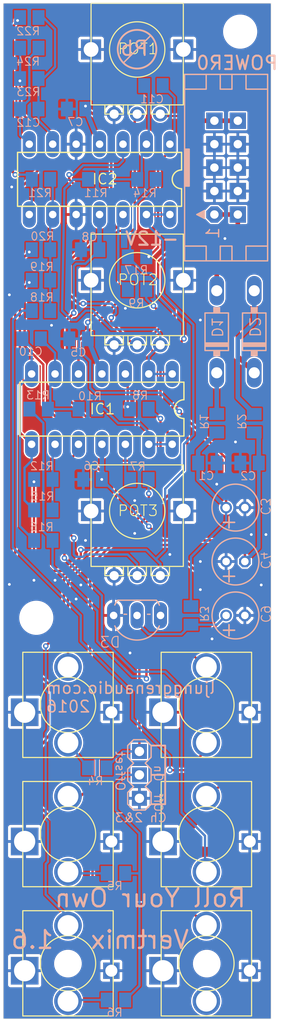
<source format=kicad_pcb>
(kicad_pcb (version 20240108) (generator "pcbnew") (generator_version "8.0")
  (layers (0 "F.Cu" signal) (31 "B.Cu" signal) (34 "B.Paste" user) (35 "F.Paste" user) (36 "B.SilkS" user "B.Silkscreen") (37 "F.SilkS" user "F.Silkscreen") (38 "B.Mask" user) (39 "F.Mask" user) (44 "Edge.Cuts" user))
  (net 0 "")
  (net 1 "N$1")
  (net 2 "N$2")
  (net 3 "+12V")
  (net 4 "-12V")
  (net 5 "0V")
  (net 6 "N$7")
  (net 7 "N$12")
  (net 8 "N$13")
  (net 9 "N$14")
  (net 10 "N$15")
  (net 11 "N$16")
  (net 12 "N$17")
  (net 13 "N$18")
  (net 14 "N$21")
  (net 15 "N$22")
  (net 16 "N$25")
  (net 17 "N$26")
  (net 18 "N$27")
  (net 19 "N$28")
  (net 20 "N$3")
  (net 21 "N$4")
  (net 22 "N$23")
  (net 23 "N$29")
  (net 24 "N$5")
  (net 25 "N$6")
  (net 26 "N$30")
  (net 27 "N$31")
  (net 28 "N$32")
  (net 29 "N$33")
  (net 30 "N$8")
  (net 31 "N$19")
  (net 32 "N$9")
  (net 33 "N$10")
  (net 34 "N$11")
  (net 35 "N$20")
  (net 36 "N$24")
  (net 37 "N$34")
  (net 38 "N$35")
  (net 39 "N$36")
  (footprint "" (layer "F.Cu") (at 140.9941 154.0346)
    (property "Reference" "@HOLE1" (hide yes))
    (property "Value" "")
  )
  (footprint "DIL14" (layer "F.Cu") (at 144.6771 93.9636 180)
    (property "Reference" "IC1")
    (property "Value" "TL084")
  )
  (footprint "ERTHENVAR" (layer "F.Cu") (at 141.0011 154.0036)
    (property "Reference" "IN3" (hide yes))
    (property "Value" "ERTHENVAR_3.5MM_JACKHOLES" (hide yes))
  )
  (footprint "POT-ALPHA9" (layer "F.Cu") (at 148.5011 80.0036)
    (property "Reference" "POT2")
    (property "Value" "22K")
  )
  (footprint "ERTHENVAR" (layer "F.Cu") (at 141.0011 126.0036)
    (property "Reference" "IN1" (hide yes))
    (property "Value" "ERTHENVAR_3.5MM_JACKHOLES" (hide yes))
  )
  (footprint "ERTHENVAR" (layer "F.Cu") (at 156.0011 140.0036)
    (property "Reference" "OUT2" (hide yes))
    (property "Value" "ERTHENVAR_3.5MM_JACKHOLES" (hide yes))
  )
  (footprint "DIL14" (layer "F.Cu") (at 144.4231 69.0716 180)
    (property "Reference" "IC2")
    (property "Value" "TL084")
  )
  (footprint "POT-ALPHA9" (layer "F.Cu") (at 148.5011 55.0036)
    (property "Reference" "POT1")
    (property "Value" "22K")
  )
  (footprint "ERTHENVAR" (layer "F.Cu") (at 141.0011 140.0036)
    (property "Reference" "IN2" (hide yes))
    (property "Value" "ERTHENVAR_3.5MM_JACKHOLES" (hide yes))
  )
  (footprint "" (layer "F.Cu") (at 159.6631 53.0696)
    (property "Reference" "@HOLE2" (hide yes))
    (property "Value" "")
  )
  (footprint "POT-ALPHA9" (layer "F.Cu") (at 148.5011 105.0036)
    (property "Reference" "POT3")
    (property "Value" "22K")
  )
  (footprint "ERTHENVAR" (layer "F.Cu") (at 156.0011 154.0036)
    (property "Reference" "OUT3" (hide yes))
    (property "Value" "ERTHENVAR_3.5MM_JACKHOLES" (hide yes))
  )
  (footprint "" (layer "F.Cu") (at 156.0436 154.0346)
    (property "Reference" "@HOLE0" (hide yes))
    (property "Value" "")
  )
  (footprint "ERTHENVAR" (layer "F.Cu") (at 156.0011 126.0036)
    (property "Reference" "OUT1" (hide yes))
    (property "Value" "ERTHENVAR_3.5MM_JACKHOLES" (hide yes))
  )
  (footprint "" (layer "F.Cu") (at 137.5651 116.5696)
    (property "Reference" "@HOLE3" (hide yes))
    (property "Value" "")
  )
  (footprint "C0805K" (layer "B.Cu") (at 136.8031 54.8476 180)
    (property "Reference" "R24")
    (property "Value" "330R")
  )
  (footprint "C0805K" (layer "B.Cu") (at 146.2011 144.2556 180)
    (property "Reference" "R5")
    (property "Value" "22K")
  )
  (footprint "E2-5" (layer "B.Cu") (at 159.1551 116.3156)
    (property "Reference" "C9")
    (property "Value" "10uF")
  )
  (footprint "C0805K" (layer "B.Cu") (at 149.5031 69.0716)
    (property "Reference" "R14")
    (property "Value" "22K")
  )
  (footprint "C0805K" (layer "B.Cu") (at 138.0731 76.6916)
    (property "Reference" "R20")
    (property "Value" "22K")
  )
  (footprint "C0805K" (layer "B.Cu") (at 138.0731 83.2956)
    (property "Reference" "R18")
    (property "Value" "22K")
  )
  (footprint "C0805K" (layer "B.Cu") (at 142.1371 86.3436 180)
    (property "Reference" "C5")
    (property "Value" "100nF")
  )
  (footprint "C0805K" (layer "B.Cu") (at 150.2651 58.9116 180)
    (property "Reference" "C11")
    (property "Value" "68pF")
  )
  (footprint "C0805K" (layer "B.Cu") (at 148.4871 81.0096 180)
    (property "Reference" "R9")
    (property "Value" "22K")
  )
  (footprint "C0805K" (layer "B.Cu") (at 156.1071 99.8056)
    (property "Reference" "C1")
    (property "Value" "100nF")
  )
  (footprint "C0805K" (layer "B.Cu") (at 138.3271 104.8856 180)
    (property "Reference" "R15")
    (property "Value" "22K")
  )
  (footprint "C0805K" (layer "B.Cu") (at 138.0731 79.9936)
    (property "Reference" "R19")
    (property "Value" "22K")
  )
  (footprint "C0805K" (layer "B.Cu") (at 137.8191 93.9636 180)
    (property "Reference" "R13")
    (property "Value" "22K")
  )
  (footprint "C0805K" (layer "B.Cu") (at 146.2011 157.9716 180)
    (property "Reference" "R6")
    (property "Value" "22K")
  )
  (footprint "C0805K" (layer "B.Cu") (at 136.8031 51.5456)
    (property "Reference" "R22")
    (property "Value" "22K")
  )
  (footprint "E2-5" (layer "B.Cu") (at 159.1551 110.4736)
    (property "Reference" "C4")
    (property "Value" "10uF")
  )
  (footprint "C0805K" (layer "B.Cu") (at 141.8831 61.4516 180)
    (property "Reference" "C7")
    (property "Value" "100nF")
  )
  (footprint "C0805K" (layer "B.Cu") (at 138.3271 108.1876)
    (property "Reference" "R16")
    (property "Value" "330R")
  )
  (footprint "C0805K" (layer "B.Cu") (at 143.1531 93.9636 180)
    (property "Reference" "R10")
    (property "Value" "22K")
  )
  (footprint "C0805K" (layer "B.Cu") (at 148.7411 93.9636 180)
    (property "Reference" "R8")
    (property "Value" "22K")
  )
  (footprint "C0805K" (layer "B.Cu") (at 138.0731 69.0716 180)
    (property "Reference" "R21")
    (property "Value" "22K")
  )
  (footprint "C0805K" (layer "B.Cu") (at 137.0571 86.3436)
    (property "Reference" "C10")
    (property "Value" "68pF")
  )
  (footprint "C0805K" (layer "B.Cu") (at 157.1231 95.4876 -90)
    (property "Reference" "R1")
    (property "Value" "10R")
  )
  (footprint "DO41-7" (layer "B.Cu") (at 161.1871 85.5816 90)
    (property "Reference" "D2")
    (property "Value" "1N5818")
  )
  (footprint "CON10L" (layer "B.Cu") (at 158.1391 67.8016 -90)
    (property "Reference" "POWER0")
    (property "Value" "")
  )
  (footprint "C0805K" (layer "B.Cu") (at 138.3271 101.5836)
    (property "Reference" "R12")
    (property "Value" "22K")
  )
  (footprint "DO41-7" (layer "B.Cu") (at 157.1231 85.5816 90)
    (property "Reference" "D1")
    (property "Value" "1N5818")
  )
  (footprint "C0805K" (layer "B.Cu") (at 160.6791 99.8056)
    (property "Reference" "C2")
    (property "Value" "100nF")
  )
  (footprint "C0805K" (layer "B.Cu") (at 148.4871 77.4536 180)
    (property "Reference" "R17")
    (property "Value" "330R")
  )
  (footprint "TO92-LINE" (layer "B.Cu") (at 148.4871 116.3156)
    (property "Reference" "D3")
    (property "Value" "LM4040 5V")
  )
  (footprint "C0805K" (layer "B.Cu") (at 143.6611 101.5836)
    (property "Reference" "C6")
    (property "Value" "100nF")
  )
  (footprint "C0805K" (layer "B.Cu") (at 161.1871 95.4876 -90)
    (property "Reference" "R2")
    (property "Value" "10R")
  )
  (footprint "MA03-1" (layer "B.Cu") (at 148.7411 133.5876 90)
    (property "Reference" "JP1" (hide yes))
    (property "Value" "")
  )
  (footprint "C0805K" (layer "B.Cu") (at 154.3291 116.3156 90)
    (property "Reference" "R3")
    (property "Value" "10K")
  )
  (footprint "E2-5" (layer "B.Cu") (at 159.1551 104.6316)
    (property "Reference" "C3")
    (property "Value" "10uF")
  )
  (footprint "C0805K" (layer "B.Cu") (at 143.4071 76.6916)
    (property "Reference" "C8")
    (property "Value" "100nF")
  )
  (footprint "C0805K" (layer "B.Cu") (at 136.8031 61.4516 180)
    (property "Reference" "C12")
    (property "Value" "68pF")
  )
  (footprint "C0805K" (layer "B.Cu") (at 144.1691 132.8256 180)
    (property "Reference" "R4")
    (property "Value" "22K")
  )
  (footprint "C0805K" (layer "B.Cu") (at 144.1691 69.0716)
    (property "Reference" "R11")
    (property "Value" "22K")
  )
  (footprint "C0805K" (layer "B.Cu") (at 148.7411 101.5836 180)
    (property "Reference" "R7")
    (property "Value" "22K")
  )
  (footprint "C0805K" (layer "B.Cu") (at 136.8031 58.1496 180)
    (property "Reference" "R23")
    (property "Value" "22K")
  )
  (gr_line (start 150.0746 133.5876) (end 151.5351 133.5876) (stroke (width 0.2)) (layer "B.SilkS"))
  (gr_line (start 151.5351 136.7626) (end 150.0746 136.7626) (stroke (width 0.2)) (layer "B.SilkS"))
  (gr_line (start 149.9476 53.5141) (end 147.0266 56.4351) (stroke (width 0.15)) (layer "B.SilkS"))
  (gr_line (start 151.5351 133.5876) (end 151.5351 136.7626) (stroke (width 0.2)) (layer "B.SilkS"))
  (gr_line (start 151.5351 130.4126) (end 151.5351 133.5876) (stroke (width 0.2)) (layer "B.SilkS"))
  (gr_line (start 150.0746 130.4126) (end 151.5351 130.4126) (stroke (width 0.2)) (layer "B.SilkS"))
  (gr_circle (center 148.4871 54.9746) (end 150.581637 54.9746) (stroke (width 0.2)) (fill none) (layer "B.SilkS"))
  (gr_line (start 163.0011 50.0036) (end 134.0011 50.0036) (stroke (width 0.05)) (layer "Edge.Cuts"))
  (gr_line (start 134.0011 160.0036) (end 163.0011 160.0036) (stroke (width 0.05)) (layer "Edge.Cuts"))
  (gr_line (start 163.0011 160.0036) (end 163.0011 50.0036) (stroke (width 0.05)) (layer "Edge.Cuts"))
  (gr_line (start 134.0011 50.0036) (end 134.0011 160.0036) (stroke (width 0.05)) (layer "Edge.Cuts"))
  (gr_text "On" (at 150.2651 134.363113 -90) (layer "B.SilkS") (effects (font (size 0.89408 0.89408) (thickness 0.12192)) (justify left bottom mirror)))
  (gr_text "ljunggrenaudio.com\n2016" (at 138.5176 126.9201 0) (layer "B.SilkS") (effects (font (size 1.251712 1.251712) (thickness 0.170688)) (justify right bottom mirror)))
  (gr_text "1.6" (at 139.5971 152.5741 0) (layer "B.SilkS") (effects (font (size 1.922272 1.922272) (thickness 0.262128)) (justify left bottom mirror)))
  (gr_text "-12V" (at 153.145662 74.6596 0) (layer "B.SilkS") (effects (font (size 1.441704 1.441704) (thickness 0.234696)) (justify left top mirror)))
  (gr_text "Vertmix" (at 154.2656 152.5741 0) (layer "B.SilkS") (effects (font (size 1.922272 1.922272) (thickness 0.262128)) (justify left bottom mirror)))
  (gr_text "Offset" (at 147.2171 135.409857 -90) (layer "B.SilkS") (effects (font (size 0.968 0.968) (thickness 0.132)) (justify left top mirror)))
  (gr_text "Pb" (at 149.8206 55.8001 0) (layer "B.SilkS") (effects (font (size 1.56464 1.56464) (thickness 0.21336)) (justify left bottom mirror)))
  (gr_text "Ch 2&3" (at 151.7891 138.7946 0) (layer "B.SilkS") (effects (font (size 0.968 0.968) (thickness 0.132)) (justify left bottom mirror)))
  (gr_text "Off" (at 150.2651 137.665113 -90) (layer "B.SilkS") (effects (font (size 0.89408 0.89408) (thickness 0.12192)) (justify left bottom mirror)))
  (gr_text "Roll Your Own" (at 160.4251 148.0656 0) (layer "B.SilkS") (effects (font (size 1.922272 1.922272) (thickness 0.262128)) (justify left bottom mirror)))
  (segment (start 156.8691 62.7216) (end 155.5991 62.7216) (width 0.5) (layer "F.Cu") (net 1))
  (segment (start 157.1231 76.4376) (end 157.1231 81.1366) (width 0.5) (layer "F.Cu") (net 1))
  (segment (start 154.5831 63.7376) (end 154.5831 73.8976) (width 0.5) (layer "F.Cu") (net 1))
  (segment (start 159.4091 62.7216) (end 156.8691 62.7216) (width 0.5) (layer "F.Cu") (net 1))
  (segment (start 154.5831 73.8976) (end 157.1231 76.4376) (width 0.5) (layer "F.Cu") (net 1))
  (segment (start 155.5991 62.7216) (end 154.5831 63.7376) (width 0.5) (layer "F.Cu") (net 1))
  (segment (start 159.4091 88.2486) (end 161.1871 90.0266) (width 0.5) (layer "F.Cu") (net 2))
  (segment (start 159.4091 72.8816) (end 159.4091 88.2486) (width 0.5) (layer "F.Cu") (net 2))
  (segment (start 156.8691 72.8816) (end 159.4091 72.8816) (width 0.5) (layer "F.Cu") (net 2))
  (segment (start 142.8991 61.1976) (end 142.8991 61.1341) (width 0.254) (layer "F.Cu") (net 3))
  (segment (start 145.6931 82.0256) (end 145.6931 63.9916) (width 0.254) (layer "F.Cu") (net 3))
  (segment (start 158.1391 104.6316) (end 158.1391 99.2976) (width 0.254) (layer "F.Cu") (net 3))
  (segment (start 145.6931 63.9916) (end 142.8991 61.1976) (width 0.254) (layer "F.Cu") (net 3))
  (segment (start 158.1391 99.2976) (end 153.0591 94.2176) (width 0.254) (layer "F.Cu") (net 3))
  (segment (start 143.1531 84.5656) (end 145.6931 82.0256) (width 0.254) (layer "F.Cu") (net 3))
  (via (at 142.8991 61.1341) (size 0.6048) (drill 0.3) (layers "F.Cu" "B.Cu") (net 3))
  (via (at 143.1531 84.5656) (size 0.6048) (drill 0.3) (layers "F.Cu" "B.Cu") (net 3))
  (via (at 153.0591 94.2176) (size 0.6048) (drill 0.3) (layers "F.Cu" "B.Cu") (net 3))
  (segment (start 142.8831 61.4516) (end 144.4231 65.2616) (width 0.5) (layer "B.Cu") (net 3))
  (segment (start 157.1231 96.4876) (end 155.1071 98.5036) (width 0.5) (layer "B.Cu") (net 3))
  (segment (start 143.4071 91.6776) (end 143.4071 88.7566) (width 0.254) (layer "B.Cu") (net 3))
  (segment (start 154.3291 115.3156) (end 154.3291 109.9656) (width 0.254) (layer "B.Cu") (net 3))
  (segment (start 142.8831 61.2136) (end 142.8831 61.4516) (width 0.254) (layer "B.Cu") (net 3))
  (segment (start 143.1371 84.5816) (end 143.1531 84.5656) (width 0.254) (layer "B.Cu") (net 3))
  (segment (start 142.6451 86.8356) (end 143.1371 86.3436) (width 0.254) (layer "B.Cu") (net 3))
  (segment (start 155.1071 98.5036) (end 155.1071 99.8056) (width 0.5) (layer "B.Cu") (net 3))
  (segment (start 143.1371 86.3436) (end 144.6771 90.1536) (width 0.5) (layer "B.Cu") (net 3))
  (segment (start 151.0271 92.1856) (end 143.9151 92.1856) (width 0.254) (layer "B.Cu") (net 3))
  (segment (start 155.1071 99.8056) (end 155.1071 101.5996) (width 0.4) (layer "B.Cu") (net 3))
  (segment (start 142.8991 61.1341) (end 142.8831 61.2136) (width 0.254) (layer "B.Cu") (net 3))
  (segment (start 143.1371 86.3436) (end 143.1371 84.5816) (width 0.254) (layer "B.Cu") (net 3))
  (segment (start 143.9151 92.1856) (end 143.4071 91.6776) (width 0.254) (layer "B.Cu") (net 3))
  (segment (start 155.1071 101.5996) (end 158.1391 104.6316) (width 0.4) (layer "B.Cu") (net 3))
  (segment (start 158.1391 106.1556) (end 158.1391 104.6316) (width 0.254) (layer "B.Cu") (net 3))
  (segment (start 142.6451 87.9946) (end 142.6451 86.8356) (width 0.254) (layer "B.Cu") (net 3))
  (segment (start 143.4071 88.7566) (end 142.6451 87.9946) (width 0.254) (layer "B.Cu") (net 3))
  (segment (start 154.3291 109.9656) (end 158.1391 106.1556) (width 0.254) (layer "B.Cu") (net 3))
  (segment (start 153.0591 94.2176) (end 151.0271 92.1856) (width 0.254) (layer "B.Cu") (net 3))
  (segment (start 144.6611 100.8056) (end 144.6611 101.5836) (width 0.254) (layer "F.Cu") (net 4))
  (segment (start 140.8671 84.3116) (end 140.8671 92.6936) (width 0.254) (layer "F.Cu") (net 4))
  (segment (start 141.6291 83.5496) (end 140.8671 84.3116) (width 0.254) (layer "F.Cu") (net 4))
  (segment (start 158.9011 108.1876) (end 151.2811 108.1876) (width 0.254) (layer "F.Cu") (net 4))
  (segment (start 143.4071 95.2336) (end 143.4071 99.5516) (width 0.254) (layer "F.Cu") (net 4))
  (segment (start 160.1711 110.4736) (end 160.1711 109.4576) (width 0.254) (layer "F.Cu") (net 4))
  (segment (start 143.4071 99.5516) (end 144.6611 100.8056) (width 0.254) (layer "F.Cu") (net 4))
  (segment (start 160.1711 109.4576) (end 158.9011 108.1876) (width 0.254) (layer "F.Cu") (net 4))
  (segment (start 140.8671 92.6936) (end 143.4071 95.2336) (width 0.254) (layer "F.Cu") (net 4))
  (segment (start 151.2811 108.1876) (end 149.7571 106.6636) (width 0.254) (layer "F.Cu") (net 4))
  (via (at 149.7571 106.6636) (size 0.6048) (drill 0.3) (layers "F.Cu" "B.Cu") (net 4))
  (via (at 144.6611 101.5836) (size 0.6048) (drill 0.3) (layers "F.Cu" "B.Cu") (net 4))
  (via (at 141.6291 83.5496) (size 0.6048) (drill 0.3) (layers "F.Cu" "B.Cu") (net 4))
  (segment (start 161.6791 96.9796) (end 161.6791 99.8056) (width 0.5) (layer "B.Cu") (net 4))
  (segment (start 142.8831 78.2156) (end 141.8831 78.2156) (width 0.254) (layer "B.Cu") (net 4))
  (segment (start 144.6611 101.5836) (end 145.0421 101.9646) (width 0.254) (layer "B.Cu") (net 4))
  (segment (start 161.1871 96.4876) (end 161.6791 96.9796) (width 0.5) (layer "B.Cu") (net 4))
  (segment (start 141.6291 78.4696) (end 141.6291 83.5496) (width 0.254) (layer "B.Cu") (net 4))
  (segment (start 161.6791 108.9656) (end 160.1711 110.4736) (width 0.4) (layer "B.Cu") (net 4))
  (segment (start 144.6771 101.5836) (end 144.6611 101.5836) (width 0.254) (layer "B.Cu") (net 4))
  (segment (start 145.0581 101.9646) (end 144.6771 101.5836) (width 0.254) (layer "B.Cu") (net 4))
  (segment (start 144.4071 76.6916) (end 142.8831 78.2156) (width 0.254) (layer "B.Cu") (net 4))
  (segment (start 144.6611 101.5836) (end 144.6771 97.7736) (width 0.5) (layer "B.Cu") (net 4))
  (segment (start 149.7571 106.6636) (end 145.0581 101.9646) (width 0.254) (layer "B.Cu") (net 4))
  (segment (start 161.6791 99.8056) (end 161.6791 108.9656) (width 0.4) (layer "B.Cu") (net 4))
  (segment (start 145.0421 101.9646) (end 145.0581 101.9646) (width 0.254) (layer "B.Cu") (net 4))
  (segment (start 141.8831 78.2156) (end 141.6291 78.4696) (width 0.254) (layer "B.Cu") (net 4))
  (segment (start 144.4071 76.6916) (end 144.4231 72.8816) (width 0.5) (layer "B.Cu") (net 4))
  (via (at 156.6151 118.8556) (size 0.6048) (drill 0.3) (layers "F.Cu" "B.Cu") (net 5))
  (via (at 134.6441 81.5811) (size 0.6048) (drill 0.3) (layers "F.Cu" "B.Cu") (net 5))
  (via (at 142.3911 113.0136) (size 0.6048) (drill 0.3) (layers "F.Cu" "B.Cu") (net 5))
  (via (at 142.8991 108.1876) (size 0.6048) (drill 0.3) (layers "F.Cu" "B.Cu") (net 5))
  (via (at 148.2331 103.8696) (size 0.6048) (drill 0.3) (layers "F.Cu" "B.Cu") (net 5))
  (via (at 162.4571 107.5526) (size 0.6048) (drill 0.3) (layers "F.Cu" "B.Cu") (net 5))
  (via (at 139.2161 84.8831) (size 0.6048) (drill 0.3) (layers "F.Cu" "B.Cu") (net 5))
  (via (at 148.2331 107.4256) (size 0.6048) (drill 0.3) (layers "F.Cu" "B.Cu") (net 5))
  (via (at 155.3451 113.5216) (size 0.6048) (drill 0.3) (layers "F.Cu" "B.Cu") (net 5))
  (via (at 147.2171 83.0416) (size 0.6048) (drill 0.3) (layers "F.Cu" "B.Cu") (net 5))
  (via (at 161.9491 113.0136) (size 0.6048) (drill 0.3) (layers "F.Cu" "B.Cu") (net 5))
  (via (at 137.3111 112.5056) (size 0.6048) (drill 0.3) (layers "F.Cu" "B.Cu") (net 5))
  (via (at 141.8831 114.5376) (size 0.6048) (drill 0.3) (layers "F.Cu" "B.Cu") (net 5))
  (via (at 147.7251 120.3796) (size 0.6048) (drill 0.3) (layers "F.Cu" "B.Cu") (net 5))
  (via (at 158.0121 75.4851) (size 0.6048) (drill 0.3) (layers "F.Cu" "B.Cu") (net 5))
  (via (at 155.3451 110.4736) (size 0.6048) (drill 0.3) (layers "F.Cu" "B.Cu") (net 5))
  (via (at 134.8981 69.8971) (size 0.6048) (drill 0.3) (layers "F.Cu" "B.Cu") (net 5))
  (via (at 134.6441 112.9501) (size 0.6048) (drill 0.3) (layers "F.Cu" "B.Cu") (net 5))
  (via (at 159.1551 97.5196) (size 0.6048) (drill 0.3) (layers "F.Cu" "B.Cu") (net 5))
  (via (at 155.3451 84.3116) (size 0.6048) (drill 0.3) (layers "F.Cu" "B.Cu") (net 5))
  (via (at 157.1231 102.0916) (size 0.6048) (drill 0.3) (layers "F.Cu" "B.Cu") (net 5))
  (via (at 139.5971 112.5056) (size 0.6048) (drill 0.3) (layers "F.Cu" "B.Cu") (net 5))
  (via (at 152.0431 109.7116) (size 0.6048) (drill 0.3) (layers "F.Cu" "B.Cu") (net 5))
  (via (at 160.8696 107.5526) (size 0.6048) (drill 0.3) (layers "F.Cu" "B.Cu") (net 5))
  (segment (start 150.2651 119.3636) (end 155.0911 119.3636) (width 0.254) (layer "F.Cu") (net 6))
  (segment (start 155.0911 119.3636) (end 158.1391 116.3156) (width 0.254) (layer "F.Cu") (net 6))
  (segment (start 148.7411 120.8876) (end 150.2651 119.3636) (width 0.254) (layer "F.Cu") (net 6))
  (segment (start 148.7411 131.0476) (end 148.7411 120.8876) (width 0.254) (layer "F.Cu") (net 6))
  (segment (start 154.3291 117.3156) (end 157.1391 117.3156) (width 0.254) (layer "B.Cu") (net 6))
  (segment (start 149.7571 118.3476) (end 153.2971 118.3476) (width 0.254) (layer "B.Cu") (net 6))
  (segment (start 153.2971 118.3476) (end 154.3291 117.3156) (width 0.254) (layer "B.Cu") (net 6))
  (segment (start 148.4871 117.0776) (end 149.7571 118.3476) (width 0.254) (layer "B.Cu") (net 6))
  (segment (start 157.1391 117.3156) (end 158.1391 116.3156) (width 0.254) (layer "B.Cu") (net 6))
  (segment (start 148.4871 116.3156) (end 148.4871 117.0776) (width 0.254) (layer "B.Cu") (net 6))
  (segment (start 145.1691 132.8256) (end 146.9471 131.0476) (width 0.254) (layer "B.Cu") (net 6))
  (segment (start 146.9471 131.0476) (end 148.7411 131.0476) (width 0.254) (layer "B.Cu") (net 6))
  (segment (start 152.5511 87.3596) (end 151.0271 88.8836) (width 0.254) (layer "F.Cu") (net 7))
  (segment (start 151.7891 97.2656) (end 152.2971 97.7736) (width 0.254) (layer "F.Cu") (net 7))
  (segment (start 150.7731 77.9616) (end 150.7731 81.3906) (width 0.254) (layer "F.Cu") (net 7))
  (segment (start 153.3131 75.4216) (end 150.7731 77.9616) (width 0.254) (layer "F.Cu") (net 7))
  (segment (start 151.0271 93.7096) (end 151.7891 94.4716) (width 0.254) (layer "F.Cu") (net 7))
  (segment (start 151.0271 88.8836) (end 151.0271 93.7096) (width 0.254) (layer "F.Cu") (net 7))
  (segment (start 153.3131 62.5311) (end 153.3131 75.4216) (width 0.254) (layer "F.Cu") (net 7))
  (segment (start 152.9956 62.2136) (end 153.3131 62.5311) (width 0.254) (layer "F.Cu") (net 7))
  (segment (start 150.7731 81.3906) (end 152.5511 83.1686) (width 0.254) (layer "F.Cu") (net 7))
  (segment (start 152.5511 83.1686) (end 152.5511 87.3596) (width 0.254) (layer "F.Cu") (net 7))
  (segment (start 151.7891 94.4716) (end 151.7891 97.2656) (width 0.254) (layer "F.Cu") (net 7))
  (segment (start 151.2111 62.2136) (end 152.9956 62.2136) (width 0.254) (layer "F.Cu") (net 7))
  (segment (start 151.0011 62.0036) (end 151.2111 62.2136) (width 0.254) (layer "F.Cu") (net 7))
  (segment (start 144.9311 93.9636) (end 146.4551 95.4876) (width 0.254) (layer "B.Cu") (net 7))
  (segment (start 152.2971 97.7736) (end 149.7571 97.7736) (width 0.254) (layer "B.Cu") (net 7))
  (segment (start 144.1531 93.9636) (end 144.9311 93.9636) (width 0.254) (layer "B.Cu") (net 7))
  (segment (start 146.4551 95.4876) (end 148.7411 95.4876) (width 0.254) (layer "B.Cu") (net 7))
  (segment (start 148.7411 95.4876) (end 149.7571 96.5036) (width 0.254) (layer "B.Cu") (net 7))
  (segment (start 149.7571 96.5036) (end 149.7571 97.7736) (width 0.254) (layer "B.Cu") (net 7))
  (segment (start 141.6291 69.0716) (end 143.1691 69.0716) (width 0.254) (layer "B.Cu") (net 8))
  (segment (start 142.8991 83.2956) (end 141.8831 84.3116) (width 0.254) (layer "B.Cu") (net 8))
  (segment (start 149.7571 90.1536) (end 149.7571 88.2476) (width 0.254) (layer "B.Cu") (net 8))
  (segment (start 145.6931 85.3276) (end 143.6611 83.2956) (width 0.254) (layer "B.Cu") (net 8))
  (segment (start 151.0011 87.0036) (end 151.0011 85.8096) (width 0.254) (layer "B.Cu") (net 8))
  (segment (start 141.8831 84.3116) (end 141.3751 84.3116) (width 0.254) (layer "B.Cu") (net 8))
  (segment (start 150.5191 85.3276) (end 145.6931 85.3276) (width 0.254) (layer "B.Cu") (net 8))
  (segment (start 152.2971 90.1536) (end 149.7571 90.1536) (width 0.254) (layer "B.Cu") (net 8))
  (segment (start 140.3591 83.2956) (end 140.6131 70.0876) (width 0.254) (layer "B.Cu") (net 8))
  (segment (start 149.7571 88.2476) (end 151.0011 87.0036) (width 0.254) (layer "B.Cu") (net 8))
  (segment (start 141.3751 84.3116) (end 140.3591 83.2956) (width 0.254) (layer "B.Cu") (net 8))
  (segment (start 143.6611 83.2956) (end 142.8991 83.2956) (width 0.254) (layer "B.Cu") (net 8))
  (segment (start 151.0011 85.8096) (end 150.5191 85.3276) (width 0.254) (layer "B.Cu") (net 8))
  (segment (start 140.6131 70.0876) (end 141.6291 69.0716) (width 0.254) (layer "B.Cu") (net 8))
  (segment (start 140.8671 111.4896) (end 142.3911 109.9656) (width 0.254) (layer "F.Cu") (net 9))
  (segment (start 137.3111 109.4576) (end 139.3431 111.4896) (width 0.254) (layer "F.Cu") (net 9))
  (segment (start 139.3431 111.4896) (end 140.8671 111.4896) (width 0.254) (layer "F.Cu") (net 9))
  (segment (start 137.3111 101.8376) (end 137.3111 109.4576) (width 0.254) (layer "F.Cu") (net 9))
  (segment (start 142.3911 109.9656) (end 142.3911 109.2036) (width 0.254) (layer "F.Cu") (net 9))
  (via (at 137.3111 101.8376) (size 0.6048) (drill 0.3) (layers "F.Cu" "B.Cu") (net 9))
  (via (at 142.3911 109.2036) (size 0.6048) (drill 0.3) (layers "F.Cu" "B.Cu") (net 9))
  (segment (start 149.5031 109.2036) (end 150.5191 110.2196) (width 0.254) (layer "B.Cu") (net 9))
  (segment (start 150.5191 110.2196) (end 151.0271 110.7276) (width 0.254) (layer "B.Cu") (net 9))
  (segment (start 137.3271 101.8216) (end 137.3111 101.8376) (width 0.254) (layer "B.Cu") (net 9))
  (segment (start 151.0271 111.9776) (end 151.0011 112.0036) (width 0.254) (layer "B.Cu") (net 9))
  (segment (start 153.5671 97.7736) (end 153.5671 100.5676) (width 0.254) (layer "B.Cu") (net 9))
  (segment (start 151.2811 75.6756) (end 151.2811 81.5176) (width 0.254) (layer "B.Cu") (net 9))
  (segment (start 151.0271 110.7276) (end 151.0271 111.9776) (width 0.254) (layer "B.Cu") (net 9))
  (segment (start 152.0431 72.8816) (end 149.5031 72.8816) (width 0.254) (layer "B.Cu") (net 9))
  (segment (start 151.2811 81.5176) (end 154.5831 84.8196) (width 0.254) (layer "B.Cu") (net 9))
  (segment (start 154.5831 96.7576) (end 153.5671 97.7736) (width 0.254) (layer "B.Cu") (net 9))
  (segment (start 151.5351 109.2036) (end 150.5191 110.2196) (width 0.254) (layer "B.Cu") (net 9))
  (segment (start 149.5031 73.8976) (end 151.2811 75.6756) (width 0.254) (layer "B.Cu") (net 9))
  (segment (start 153.5671 100.5676) (end 151.5351 102.5996) (width 0.254) (layer "B.Cu") (net 9))
  (segment (start 154.5831 84.8196) (end 154.5831 96.7576) (width 0.254) (layer "B.Cu") (net 9))
  (segment (start 142.3911 109.2036) (end 149.5031 109.2036) (width 0.254) (layer "B.Cu") (net 9))
  (segment (start 137.3271 101.5836) (end 137.3271 101.8216) (width 0.254) (layer "B.Cu") (net 9))
  (segment (start 149.5031 72.8816) (end 149.5031 73.8976) (width 0.254) (layer "B.Cu") (net 9))
  (segment (start 151.5351 102.5996) (end 151.5351 109.2036) (width 0.254) (layer "B.Cu") (net 9))
  (segment (start 139.0891 90.6616) (end 139.0891 93.4556) (width 0.254) (layer "B.Cu") (net 10))
  (segment (start 138.0571 86.3436) (end 139.5971 87.8836) (width 0.254) (layer "B.Cu") (net 10))
  (segment (start 139.0891 93.4556) (end 138.8191 93.7256) (width 0.254) (layer "B.Cu") (net 10))
  (segment (start 138.8191 93.7256) (end 138.8191 93.9636) (width 0.254) (layer "B.Cu") (net 10))
  (segment (start 139.5971 90.1536) (end 139.0891 90.6616) (width 0.254) (layer "B.Cu") (net 10))
  (segment (start 139.5971 87.8836) (end 139.5971 90.1536) (width 0.254) (layer "B.Cu") (net 10))
  (segment (start 138.8191 93.9636) (end 142.1531 93.9636) (width 0.254) (layer "B.Cu") (net 10))
  (segment (start 146.4551 74.6596) (end 146.2011 74.9136) (width 0.254) (layer "F.Cu") (net 11))
  (segment (start 146.2011 74.9136) (end 146.2011 82.5336) (width 0.254) (layer "F.Cu") (net 11))
  (segment (start 148.2331 74.4056) (end 147.9791 74.6596) (width 0.254) (layer "F.Cu") (net 11))
  (segment (start 148.2331 62.2716) (end 148.2331 74.4056) (width 0.254) (layer "F.Cu") (net 11))
  (segment (start 142.1371 86.5976) (end 146.2011 82.5336) (width 0.254) (layer "F.Cu") (net 11))
  (segment (start 147.9791 74.6596) (end 146.4551 74.6596) (width 0.254) (layer "F.Cu") (net 11))
  (segment (start 148.5011 62.0036) (end 148.2331 62.2716) (width 0.254) (layer "F.Cu") (net 11))
  (segment (start 142.1371 86.5976) (end 142.1371 90.1536) (width 0.254) (layer "F.Cu") (net 11))
  (segment (start 141.1211 69.0716) (end 143.1531 71.1036) (width 0.254) (layer "F.Cu") (net 12))
  (segment (start 141.1211 81.5176) (end 142.1371 82.5336) (width 0.254) (layer "F.Cu") (net 12))
  (segment (start 147.9791 86.8516) (end 148.3491 86.8516) (width 0.254) (layer "F.Cu") (net 12))
  (segment (start 141.1211 68.5636) (end 141.1211 69.0716) (width 0.254) (layer "F.Cu") (net 12))
  (segment (start 148.3491 86.8516) (end 148.5011 87.0036) (width 0.254) (layer "F.Cu") (net 12))
  (segment (start 145.6931 84.0576) (end 145.6931 84.5656) (width 0.254) (layer "F.Cu") (net 12))
  (segment (start 141.1211 77.9616) (end 141.1211 81.5176) (width 0.254) (layer "F.Cu") (net 12))
  (segment (start 143.1531 75.9296) (end 141.1211 77.9616) (width 0.254) (layer "F.Cu") (net 12))
  (segment (start 142.1371 82.5336) (end 142.6451 82.5336) (width 0.254) (layer "F.Cu") (net 12))
  (segment (start 143.1531 71.1036) (end 143.1531 75.9296) (width 0.254) (layer "F.Cu") (net 12))
  (segment (start 145.6931 84.5656) (end 147.9791 86.8516) (width 0.254) (layer "F.Cu") (net 12))
  (via (at 141.1211 68.5636) (size 0.6048) (drill 0.3) (layers "F.Cu" "B.Cu") (net 12))
  (via (at 145.6931 84.0576) (size 0.6048) (drill 0.3) (layers "F.Cu" "B.Cu") (net 12))
  (via (at 142.6451 82.5336) (size 0.6048) (drill 0.3) (layers "F.Cu" "B.Cu") (net 12))
  (segment (start 141.6291 68.5636) (end 141.1211 68.5636) (width 0.254) (layer "B.Cu") (net 12))
  (segment (start 146.2011 83.0416) (end 146.2011 83.5496) (width 0.254) (layer "B.Cu") (net 12))
  (segment (start 145.6931 82.5336) (end 146.2011 83.0416) (width 0.254) (layer "B.Cu") (net 12))
  (segment (start 142.6451 82.5336) (end 145.6931 82.5336) (width 0.254) (layer "B.Cu") (net 12))
  (segment (start 146.9631 67.0396) (end 146.4551 67.5476) (width 0.254) (layer "B.Cu") (net 12))
  (segment (start 146.9631 65.2616) (end 146.9631 67.0396) (width 0.254) (layer "B.Cu") (net 12))
  (segment (start 146.4551 67.5476) (end 142.6451 67.5476) (width 0.254) (layer "B.Cu") (net 12))
  (segment (start 142.6451 67.5476) (end 141.6291 68.5636) (width 0.254) (layer "B.Cu") (net 12))
  (segment (start 146.2011 83.5496) (end 145.6931 84.0576) (width 0.254) (layer "B.Cu") (net 12))
  (segment (start 141.6291 107.9336) (end 141.3116 107.6161) (width 0.254) (layer "F.Cu") (net 13))
  (segment (start 141.3116 107.6161) (end 141.3116 99.4881) (width 0.254) (layer "F.Cu") (net 13))
  (segment (start 141.3116 99.4881) (end 142.1371 98.1546) (width 0.254) (layer "F.Cu") (net 13))
  (segment (start 142.1371 98.1546) (end 142.1371 97.7736) (width 0.254) (layer "F.Cu") (net 13))
  (via (at 141.6291 107.9336) (size 0.6048) (drill 0.3) (layers "F.Cu" "B.Cu") (net 13))
  (segment (start 142.8991 109.7116) (end 142.6451 109.9656) (width 0.254) (layer "B.Cu") (net 13))
  (segment (start 147.4711 109.7116) (end 142.8991 109.7116) (width 0.254) (layer "B.Cu") (net 13))
  (segment (start 148.4871 111.9896) (end 148.4871 110.7276) (width 0.254) (layer "B.Cu") (net 13))
  (segment (start 148.5011 112.0036) (end 148.4871 111.9896) (width 0.254) (layer "B.Cu") (net 13))
  (segment (start 148.4871 110.7276) (end 147.4711 109.7116) (width 0.254) (layer "B.Cu") (net 13))
  (segment (start 141.6291 109.7116) (end 141.6291 107.9336) (width 0.254) (layer "B.Cu") (net 13))
  (segment (start 142.6451 109.9656) (end 141.8831 109.9656) (width 0.254) (layer "B.Cu") (net 13))
  (segment (start 141.8831 109.9656) (end 141.6291 109.7116) (width 0.254) (layer "B.Cu") (net 13))
  (segment (start 148.4871 69.0716) (end 145.1691 69.0716) (width 0.254) (layer "B.Cu") (net 14))
  (segment (start 148.5031 69.0556) (end 148.5031 69.0716) (width 0.254) (layer "B.Cu") (net 14))
  (segment (start 149.5031 64.4996) (end 149.5031 65.2616) (width 0.254) (layer "B.Cu") (net 14))
  (segment (start 149.2651 58.9116) (end 149.7571 59.4036) (width 0.254) (layer "B.Cu") (net 14))
  (segment (start 149.5031 65.2616) (end 148.9951 65.7696) (width 0.254) (layer "B.Cu") (net 14))
  (segment (start 148.5031 69.0556) (end 148.4871 69.0716) (width 0.254) (layer "B.Cu") (net 14))
  (segment (start 149.7571 59.4036) (end 149.7571 64.2456) (width 0.254) (layer "B.Cu") (net 14))
  (segment (start 149.7571 64.2456) (end 149.5031 64.4996) (width 0.254) (layer "B.Cu") (net 14))
  (segment (start 148.9951 68.5636) (end 148.5031 69.0556) (width 0.254) (layer "B.Cu") (net 14))
  (segment (start 148.9951 65.7696) (end 148.9951 68.5636) (width 0.254) (layer "B.Cu") (net 14))
  (segment (start 139.3271 104.8856) (end 139.3271 101.5836) (width 0.254) (layer "B.Cu") (net 15))
  (segment (start 139.3271 98.0436) (end 139.5971 97.7736) (width 0.254) (layer "B.Cu") (net 15))
  (segment (start 139.3271 101.5836) (end 139.3271 98.0436) (width 0.254) (layer "B.Cu") (net 15))
  (segment (start 136.8031 76.9456) (end 135.7871 77.9616) (width 0.254) (layer "F.Cu") (net 16))
  (segment (start 135.7871 96.5036) (end 137.0571 97.7736) (width 0.254) (layer "F.Cu") (net 16))
  (segment (start 135.7871 77.9616) (end 135.7871 96.5036) (width 0.254) (layer "F.Cu") (net 16))
  (via (at 136.8031 76.9456) (size 0.6048) (drill 0.3) (layers "F.Cu" "B.Cu") (net 16))
  (segment (start 136.2951 100.3136) (end 137.0571 99.5516) (width 0.254) (layer "B.Cu") (net 16))
  (segment (start 137.0731 76.6916) (end 137.0571 76.6916) (width 0.254) (layer "B.Cu") (net 16))
  (segment (start 136.2951 103.8536) (end 136.2951 100.3136) (width 0.254) (layer "B.Cu") (net 16))
  (segment (start 137.0571 76.6916) (end 136.8031 76.9456) (width 0.254) (layer "B.Cu") (net 16))
  (segment (start 137.3271 104.8856) (end 136.2951 103.8536) (width 0.254) (layer "B.Cu") (net 16))
  (segment (start 137.0571 99.5516) (end 137.0571 97.7736) (width 0.254) (layer "B.Cu") (net 16))
  (segment (start 153.8211 133.0796) (end 156.1071 130.7936) (width 0.254) (layer "F.Cu") (net 17))
  (segment (start 152.0431 133.0796) (end 153.8211 133.0796) (width 0.254) (layer "F.Cu") (net 17))
  (segment (start 156.1071 130.7936) (end 156.1071 130.4256) (width 0.254) (layer "F.Cu") (net 17))
  (segment (start 156.1071 130.4256) (end 156.0011 130.1036) (width 0.254) (layer "F.Cu") (net 17))
  (via (at 152.0431 133.0796) (size 0.6048) (drill 0.3) (layers "F.Cu" "B.Cu") (net 17))
  (segment (start 142.3911 119.1096) (end 147.9791 124.6976) (width 0.254) (layer "B.Cu") (net 17))
  (segment (start 142.3911 116.3156) (end 142.3911 119.1096) (width 0.254) (layer "B.Cu") (net 17))
  (segment (start 135.0251 108.9496) (end 142.3911 116.3156) (width 0.254) (layer "B.Cu") (net 17))
  (segment (start 147.9791 124.6976) (end 147.9791 127.4916) (width 0.254) (layer "B.Cu") (net 17))
  (segment (start 136.0411 83.2956) (end 135.0251 84.3116) (width 0.254) (layer "B.Cu") (net 17))
  (segment (start 135.0251 84.3116) (end 135.0251 108.9496) (width 0.254) (layer "B.Cu") (net 17))
  (segment (start 152.0431 131.5556) (end 152.0431 133.0796) (width 0.254) (layer "B.Cu") (net 17))
  (segment (start 137.0731 83.2956) (end 136.0411 83.2956) (width 0.254) (layer "B.Cu") (net 17))
  (segment (start 147.9791 127.4916) (end 152.0431 131.5556) (width 0.254) (layer "B.Cu") (net 17))
  (segment (start 136.8031 80.2476) (end 136.2951 80.7556) (width 0.254) (layer "F.Cu") (net 18))
  (segment (start 138.3271 89.1376) (end 138.3271 93.4556) (width 0.254) (layer "F.Cu") (net 18))
  (segment (start 140.6131 99.2976) (end 140.6131 110.0926) (width 0.254) (layer "F.Cu") (net 18))
  (segment (start 140.8671 98.7896) (end 140.6131 99.2976) (width 0.254) (layer "F.Cu") (net 18))
  (segment (start 136.2951 87.1056) (end 138.3271 89.1376) (width 0.254) (layer "F.Cu") (net 18))
  (segment (start 136.2951 80.7556) (end 136.2951 87.1056) (width 0.254) (layer "F.Cu") (net 18))
  (segment (start 140.8671 95.9956) (end 140.8671 98.7896) (width 0.254) (layer "F.Cu") (net 18))
  (segment (start 138.3271 93.4556) (end 140.8671 95.9956) (width 0.254) (layer "F.Cu") (net 18))
  (via (at 140.6131 110.0926) (size 0.6048) (drill 0.3) (layers "F.Cu" "B.Cu") (net 18))
  (via (at 136.8031 80.2476) (size 0.6048) (drill 0.3) (layers "F.Cu" "B.Cu") (net 18))
  (segment (start 140.6131 110.0926) (end 144.6771 114.1566) (width 0.254) (layer "B.Cu") (net 18))
  (segment (start 153.3131 137.6516) (end 155.8531 140.1916) (width 0.254) (layer "B.Cu") (net 18))
  (segment (start 144.6771 114.1566) (end 144.6771 118.8556) (width 0.254) (layer "B.Cu") (net 18))
  (segment (start 137.0731 79.9936) (end 137.0571 79.9936) (width 0.254) (layer "B.Cu") (net 18))
  (segment (start 151.5351 122.4116) (end 153.3131 124.1896) (width 0.254) (layer "B.Cu") (net 18))
  (segment (start 155.8531 143.9556) (end 156.0011 144.1036) (width 0.254) (layer "B.Cu") (net 18))
  (segment (start 155.8531 140.1916) (end 155.8531 143.9556) (width 0.254) (layer "B.Cu") (net 18))
  (segment (start 144.6771 118.8556) (end 148.2331 122.4116) (width 0.254) (layer "B.Cu") (net 18))
  (segment (start 137.0571 79.9936) (end 136.8031 80.2476) (width 0.254) (layer "B.Cu") (net 18))
  (segment (start 153.3131 124.1896) (end 153.3131 137.6516) (width 0.254) (layer "B.Cu") (net 18))
  (segment (start 148.2331 122.4116) (end 151.5351 122.4116) (width 0.254) (layer "B.Cu") (net 18))
  (segment (start 139.0731 76.6916) (end 139.0731 73.1516) (width 0.254) (layer "B.Cu") (net 19))
  (segment (start 139.3431 72.8816) (end 139.3431 69.3416) (width 0.254) (layer "B.Cu") (net 19))
  (segment (start 139.0731 73.1516) (end 139.3431 72.8816) (width 0.254) (layer "B.Cu") (net 19))
  (segment (start 139.0731 83.2956) (end 139.0731 79.9936) (width 0.254) (layer "B.Cu") (net 19))
  (segment (start 139.3431 69.3416) (end 139.0731 69.0716) (width 0.254) (layer "B.Cu") (net 19))
  (segment (start 139.0731 79.9936) (end 139.0731 76.6916) (width 0.254) (layer "B.Cu") (net 19))
  (segment (start 135.2791 68.5636) (end 135.0251 68.3096) (width 0.254) (layer "F.Cu") (net 20))
  (segment (start 135.0251 52.5616) (end 135.5331 51.8631) (width 0.254) (layer "F.Cu") (net 20))
  (segment (start 135.0251 68.3096) (end 135.0251 52.5616) (width 0.254) (layer "F.Cu") (net 20))
  (via (at 135.5331 51.8631) (size 0.6048) (drill 0.3) (layers "F.Cu" "B.Cu") (net 20))
  (via (at 135.2791 68.5636) (size 0.6048) (drill 0.3) (layers "F.Cu" "B.Cu") (net 20))
  (segment (start 135.5331 51.8631) (end 135.5331 51.8156) (width 0.254) (layer "B.Cu") (net 20))
  (segment (start 137.0731 69.0716) (end 136.5651 68.5636) (width 0.254) (layer "B.Cu") (net 20))
  (segment (start 137.0731 69.0716) (end 137.0731 72.6116) (width 0.254) (layer "B.Cu") (net 20))
  (segment (start 135.5331 51.8156) (end 135.8031 51.5456) (width 0.254) (layer "B.Cu") (net 20))
  (segment (start 137.0731 72.6116) (end 136.8031 72.8816) (width 0.254) (layer "B.Cu") (net 20))
  (segment (start 136.5651 68.5636) (end 135.2791 68.5636) (width 0.254) (layer "B.Cu") (net 20))
  (segment (start 135.8031 51.7836) (end 135.8031 51.5456) (width 0.254) (layer "B.Cu") (net 20))
  (segment (start 137.8031 61.4516) (end 137.8031 58.1496) (width 0.254) (layer "B.Cu") (net 21))
  (segment (start 137.8031 62.7056) (end 137.8031 61.4516) (width 0.254) (layer "B.Cu") (net 21))
  (segment (start 139.5971 56.8796) (end 139.5971 52.8156) (width 0.254) (layer "B.Cu") (net 21))
  (segment (start 137.8031 58.1496) (end 138.3271 58.1496) (width 0.254) (layer "B.Cu") (net 21))
  (segment (start 139.3431 64.2456) (end 137.8031 62.7056) (width 0.254) (layer "B.Cu") (net 21))
  (segment (start 139.3431 65.2616) (end 139.3431 64.2456) (width 0.254) (layer "B.Cu") (net 21))
  (segment (start 139.5971 52.8156) (end 138.3271 51.5456) (width 0.254) (layer "B.Cu") (net 21))
  (segment (start 138.3271 58.1496) (end 139.5971 56.8796) (width 0.254) (layer "B.Cu") (net 21))
  (segment (start 138.3271 51.5456) (end 137.8031 51.5456) (width 0.254) (layer "B.Cu") (net 21))
  (segment (start 142.5181 138.2866) (end 143.6611 139.4296) (width 0.254) (layer "F.Cu") (net 22))
  (segment (start 139.2796 124.1261) (end 139.2796 128.8251) (width 0.254) (layer "F.Cu") (net 22))
  (segment (start 137.5651 122.4116) (end 139.2796 124.1261) (width 0.254) (layer "F.Cu") (net 22))
  (segment (start 134.8981 118.2206) (end 137.5651 120.8876) (width 0.254) (layer "F.Cu") (net 22))
  (segment (start 139.2796 128.8251) (end 137.8826 130.7301) (width 0.254) (layer "F.Cu") (net 22))
  (segment (start 138.0731 63.9916) (end 138.0731 67.8016) (width 0.254) (layer "F.Cu") (net 22))
  (segment (start 153.5671 147.5576) (end 154.8371 148.8276) (width 0.254) (layer "F.Cu") (net 22))
  (segment (start 137.5651 120.8876) (end 137.5651 122.4116) (width 0.254) (layer "F.Cu") (net 22))
  (segment (start 135.2791 70.5956) (end 135.2791 113.7756) (width 0.254) (layer "F.Cu") (net 22))
  (segment (start 143.6611 146.0336) (end 145.1851 147.5576) (width 0.254) (layer "F.Cu") (net 22))
  (segment (start 135.7871 61.7056) (end 138.0731 63.9916) (width 0.254) (layer "F.Cu") (net 22))
  (segment (start 137.8826 130.7301) (end 137.8826 136.9531) (width 0.254) (layer "F.Cu") (net 22))
  (segment (start 138.0731 67.8016) (end 135.2791 70.5956) (width 0.254) (layer "F.Cu") (net 22))
  (segment (start 135.2791 113.7756) (end 134.8981 114.1566) (width 0.254) (layer "F.Cu") (net 22))
  (segment (start 134.8981 114.1566) (end 134.8981 118.2206) (width 0.254) (layer "F.Cu") (net 22))
  (segment (start 137.8826 136.9531) (end 139.2161 138.2866) (width 0.254) (layer "F.Cu") (net 22))
  (segment (start 155.6251 149.5896) (end 156.0011 149.9036) (width 0.254) (layer "F.Cu") (net 22))
  (segment (start 154.8371 148.8276) (end 155.6251 149.5896) (width 0.254) (layer "F.Cu") (net 22))
  (segment (start 143.6611 139.4296) (end 143.6611 146.0336) (width 0.254) (layer "F.Cu") (net 22))
  (segment (start 135.7871 58.4036) (end 135.7871 61.7056) (width 0.254) (layer "F.Cu") (net 22))
  (segment (start 145.1851 147.5576) (end 153.5671 147.5576) (width 0.254) (layer "F.Cu") (net 22))
  (segment (start 139.2161 138.2866) (end 142.5181 138.2866) (width 0.254) (layer "F.Cu") (net 22))
  (via (at 135.7871 58.4036) (size 0.6048) (drill 0.3) (layers "F.Cu" "B.Cu") (net 22))
  (segment (start 135.7871 58.1656) (end 135.7871 58.4036) (width 0.254) (layer "B.Cu") (net 22))
  (segment (start 135.8031 54.8476) (end 135.8031 58.1496) (width 0.254) (layer "B.Cu") (net 22))
  (segment (start 135.8031 58.1496) (end 135.7871 58.1656) (width 0.254) (layer "B.Cu") (net 22))
  (segment (start 135.8031 61.4356) (end 136.8031 60.4356) (width 0.254) (layer "B.Cu") (net 23))
  (segment (start 137.8031 54.8636) (end 137.8031 54.8476) (width 0.254) (layer "B.Cu") (net 23))
  (segment (start 135.8031 64.2616) (end 136.8031 65.2616) (width 0.254) (layer "B.Cu") (net 23))
  (segment (start 137.5016 55.2286) (end 137.8031 54.8636) (width 0.254) (layer "B.Cu") (net 23))
  (segment (start 135.8031 61.4516) (end 135.8031 64.2616) (width 0.254) (layer "B.Cu") (net 23))
  (segment (start 136.8031 60.4356) (end 136.8031 55.9271) (width 0.254) (layer "B.Cu") (net 23))
  (segment (start 135.8031 61.4516) (end 135.8031 61.4356) (width 0.254) (layer "B.Cu") (net 23))
  (segment (start 136.8031 55.9271) (end 137.5016 55.2286) (width 0.254) (layer "B.Cu") (net 23))
  (segment (start 157.1231 90.0266) (end 157.1231 94.4876) (width 0.5) (layer "B.Cu") (net 24))
  (segment (start 161.1871 84.5656) (end 161.1871 81.1366) (width 0.5) (layer "B.Cu") (net 25))
  (segment (start 159.4091 92.7096) (end 159.4091 86.3436) (width 0.5) (layer "B.Cu") (net 25))
  (segment (start 159.4091 86.3436) (end 161.1871 84.5656) (width 0.5) (layer "B.Cu") (net 25))
  (segment (start 161.1871 94.4876) (end 159.4091 92.7096) (width 0.5) (layer "B.Cu") (net 25))
  (segment (start 143.1691 132.8256) (end 141.3911 130.5556) (width 0.254) (layer "B.Cu") (net 26))
  (segment (start 141.2891 130.2856) (end 141.0011 130.1036) (width 0.254) (layer "B.Cu") (net 26))
  (segment (start 141.3911 130.5556) (end 141.3751 130.5396) (width 0.254) (layer "B.Cu") (net 26))
  (segment (start 141.3751 130.5396) (end 141.2891 130.2856) (width 0.254) (layer "B.Cu") (net 26))
  (segment (start 141.4451 144.2556) (end 141.0011 144.1036) (width 0.254) (layer "B.Cu") (net 27))
  (segment (start 145.2011 144.2556) (end 141.4451 144.2556) (width 0.254) (layer "B.Cu") (net 27))
  (segment (start 141.6691 157.9716) (end 141.0011 158.1036) (width 0.254) (layer "B.Cu") (net 28))
  (segment (start 145.2011 157.9716) (end 141.6691 157.9716) (width 0.254) (layer "B.Cu") (net 28))
  (segment (start 147.2011 157.9716) (end 148.7411 156.4316) (width 0.254) (layer "B.Cu") (net 29))
  (segment (start 148.7411 156.4316) (end 148.7411 144.2556) (width 0.254) (layer "B.Cu") (net 29))
  (segment (start 148.7411 144.2556) (end 148.7411 139.9376) (width 0.254) (layer "B.Cu") (net 29))
  (segment (start 146.2011 134.6036) (end 147.2171 133.5876) (width 0.254) (layer "B.Cu") (net 29))
  (segment (start 148.7411 139.9376) (end 146.2011 137.3976) (width 0.254) (layer "B.Cu") (net 29))
  (segment (start 146.2011 137.3976) (end 146.2011 134.6036) (width 0.254) (layer "B.Cu") (net 29))
  (segment (start 147.2011 144.2556) (end 148.7411 144.2556) (width 0.254) (layer "B.Cu") (net 29))
  (segment (start 147.2171 133.5876) (end 148.7411 133.5876) (width 0.254) (layer "B.Cu") (net 29))
  (segment (start 150.5191 119.8716) (end 153.8211 119.8716) (width 0.254) (layer "F.Cu") (net 30))
  (segment (start 153.8211 119.8716) (end 154.8371 120.8876) (width 0.254) (layer "F.Cu") (net 30))
  (segment (start 154.8371 120.8876) (end 155.6851 121.6496) (width 0.254) (layer "F.Cu") (net 30))
  (segment (start 155.6851 121.6496) (end 156.0011 121.9036) (width 0.254) (layer "F.Cu") (net 30))
  (segment (start 149.5031 123.1736) (end 149.5031 120.8876) (width 0.254) (layer "F.Cu") (net 30))
  (segment (start 149.5031 120.8876) (end 150.5191 119.8716) (width 0.254) (layer "F.Cu") (net 30))
  (via (at 149.5031 123.1736) (size 0.6048) (drill 0.3) (layers "F.Cu" "B.Cu") (net 30))
  (segment (start 139.3271 108.1876) (end 139.3271 110.9656) (width 0.254) (layer "B.Cu") (net 30))
  (segment (start 139.3271 110.9656) (end 144.1691 115.8076) (width 0.254) (layer "B.Cu") (net 30))
  (segment (start 147.9791 122.9196) (end 149.2491 122.9196) (width 0.254) (layer "B.Cu") (net 30))
  (segment (start 144.1691 119.1096) (end 147.9791 122.9196) (width 0.254) (layer "B.Cu") (net 30))
  (segment (start 149.2491 122.9196) (end 149.5031 123.1736) (width 0.254) (layer "B.Cu") (net 30))
  (segment (start 136.8191 93.9636) (end 138.3271 95.4716) (width 0.254) (layer "B.Cu") (net 30))
  (segment (start 138.3271 95.4716) (end 138.3271 107.1876) (width 0.254) (layer "B.Cu") (net 30))
  (segment (start 138.3271 107.1876) (end 139.3271 108.1876) (width 0.254) (layer "B.Cu") (net 30))
  (segment (start 144.1691 115.8076) (end 144.1691 119.1096) (width 0.254) (layer "B.Cu") (net 30))
  (segment (start 150.7731 108.6956) (end 152.0431 108.6956) (width 0.254) (layer "F.Cu") (net 31))
  (segment (start 156.8691 113.5216) (end 160.4251 113.5216) (width 0.254) (layer "F.Cu") (net 31))
  (segment (start 148.9951 106.9176) (end 150.7731 108.6956) (width 0.254) (layer "F.Cu") (net 31))
  (segment (start 153.9481 96.3766) (end 153.9481 101.2026) (width 0.254) (layer "F.Cu") (net 31))
  (segment (start 153.5671 86.3436) (end 153.3131 86.5976) (width 0.254) (layer "F.Cu") (net 31))
  (segment (start 152.2971 93.7096) (end 152.2971 94.7256) (width 0.254) (layer "F.Cu") (net 31))
  (segment (start 157.0311 135.2036) (end 156.0011 135.9036) (width 0.254) (layer "F.Cu") (net 31))
  (segment (start 158.5836 121.2051) (end 158.5836 133.6511) (width 0.254) (layer "F.Cu") (net 31))
  (segment (start 148.9951 106.1556) (end 148.9951 106.9176) (width 0.254) (layer "F.Cu") (net 31))
  (segment (start 153.3131 86.5976) (end 153.3131 92.6936) (width 0.254) (layer "F.Cu") (net 31))
  (segment (start 153.9481 101.2026) (end 148.9951 106.1556) (width 0.254) (layer "F.Cu") (net 31))
  (segment (start 162.2031 115.2996) (end 162.2031 117.5856) (width 0.254) (layer "F.Cu") (net 31))
  (segment (start 158.5836 133.6511) (end 157.0311 135.2036) (width 0.254) (layer "F.Cu") (net 31))
  (segment (start 162.2031 117.5856) (end 158.5836 121.2051) (width 0.254) (layer "F.Cu") (net 31))
  (segment (start 153.3131 92.6936) (end 152.2971 93.7096) (width 0.254) (layer "F.Cu") (net 31))
  (segment (start 152.0431 108.6956) (end 156.8691 113.5216) (width 0.254) (layer "F.Cu") (net 31))
  (segment (start 152.2971 94.7256) (end 153.9481 96.3766) (width 0.254) (layer "F.Cu") (net 31))
  (segment (start 160.4251 113.5216) (end 162.2031 115.2996) (width 0.254) (layer "F.Cu") (net 31))
  (via (at 153.5671 86.3436) (size 0.6048) (drill 0.3) (layers "F.Cu" "B.Cu") (net 31))
  (segment (start 147.7251 75.1676) (end 148.2331 74.6596) (width 0.254) (layer "B.Cu") (net 31))
  (segment (start 147.4871 77.4536) (end 147.7251 77.2156) (width 0.254) (layer "B.Cu") (net 31))
  (segment (start 150.5031 69.5956) (end 150.5031 69.0716) (width 0.254) (layer "B.Cu") (net 31))
  (segment (start 150.7731 79.9936) (end 150.7731 81.7716) (width 0.254) (layer "B.Cu") (net 31))
  (segment (start 147.7251 77.2156) (end 147.7251 75.1676) (width 0.254) (layer "B.Cu") (net 31))
  (segment (start 153.5671 84.5656) (end 153.5671 86.3436) (width 0.254) (layer "B.Cu") (net 31))
  (segment (start 147.4871 77.4536) (end 149.2651 79.2316) (width 0.254) (layer "B.Cu") (net 31))
  (segment (start 149.2651 79.2316) (end 150.0111 79.2316) (width 0.254) (layer "B.Cu") (net 31))
  (segment (start 150.0111 79.2316) (end 150.7731 79.9936) (width 0.254) (layer "B.Cu") (net 31))
  (segment (start 148.2331 74.6596) (end 148.2331 71.8656) (width 0.254) (layer "B.Cu") (net 31))
  (segment (start 148.2331 71.8656) (end 150.5031 69.5956) (width 0.254) (layer "B.Cu") (net 31))
  (segment (start 150.7731 81.7716) (end 153.5671 84.5656) (width 0.254) (layer "B.Cu") (net 31))
  (segment (start 147.2171 101.0596) (end 147.2171 97.7736) (width 0.254) (layer "B.Cu") (net 32))
  (segment (start 147.7411 101.5836) (end 147.2171 101.0596) (width 0.254) (layer "B.Cu") (net 32))
  (segment (start 147.4711 93.7096) (end 147.4711 90.4076) (width 0.254) (layer "F.Cu") (net 33))
  (segment (start 147.4711 90.4076) (end 147.2171 90.1536) (width 0.254) (layer "F.Cu") (net 33))
  (via (at 147.4711 93.7096) (size 0.6048) (drill 0.3) (layers "F.Cu" "B.Cu") (net 33))
  (segment (start 147.7411 93.9636) (end 147.7251 93.9636) (width 0.254) (layer "B.Cu") (net 33))
  (segment (start 147.7251 93.9636) (end 147.4711 93.7096) (width 0.254) (layer "B.Cu") (net 33))
  (segment (start 146.4551 79.9776) (end 146.4551 73.8976) (width 0.254) (layer "B.Cu") (net 34))
  (segment (start 146.9631 73.3896) (end 146.9631 72.8816) (width 0.254) (layer "B.Cu") (net 34))
  (segment (start 146.4551 73.8976) (end 146.9631 73.3896) (width 0.254) (layer "B.Cu") (net 34))
  (segment (start 147.4871 81.0096) (end 146.4551 79.9776) (width 0.254) (layer "B.Cu") (net 34))
  (segment (start 149.7571 103.8696) (end 149.7571 103.1076) (width 0.254) (layer "F.Cu") (net 35))
  (segment (start 141.0011 112.6256) (end 149.7571 103.8696) (width 0.254) (layer "F.Cu") (net 35))
  (segment (start 141.0011 121.9036) (end 141.0011 112.6256) (width 0.254) (layer "F.Cu") (net 35))
  (via (at 149.7571 103.1076) (size 0.6048) (drill 0.3) (layers "F.Cu" "B.Cu") (net 35))
  (segment (start 149.7571 103.1076) (end 149.7411 103.0916) (width 0.254) (layer "B.Cu") (net 35))
  (segment (start 149.7411 103.0916) (end 149.7411 101.5836) (width 0.254) (layer "B.Cu") (net 35))
  (segment (start 142.3611 135.9036) (end 141.0011 135.9036) (width 0.254) (layer "F.Cu") (net 36))
  (segment (start 144.1691 134.0956) (end 142.3611 135.9036) (width 0.254) (layer "F.Cu") (net 36))
  (segment (start 144.1691 129.4956) (end 144.1691 134.0956) (width 0.254) (layer "F.Cu") (net 36))
  (segment (start 143.4071 110.9816) (end 151.0271 103.3616) (width 0.254) (layer "F.Cu") (net 36))
  (segment (start 143.4071 128.7336) (end 144.1691 129.4956) (width 0.254) (layer "F.Cu") (net 36))
  (segment (start 143.4071 128.7336) (end 143.4071 110.9816) (width 0.254) (layer "F.Cu") (net 36))
  (segment (start 151.0271 103.3616) (end 151.0271 94.9796) (width 0.254) (layer "F.Cu") (net 36))
  (via (at 151.0271 94.9796) (size 0.6048) (drill 0.3) (layers "F.Cu" "B.Cu") (net 36))
  (segment (start 151.0111 94.9796) (end 149.7411 93.9636) (width 0.254) (layer "B.Cu") (net 36))
  (segment (start 151.0271 94.9796) (end 151.0111 94.9796) (width 0.254) (layer "B.Cu") (net 36))
  (segment (start 149.7571 86.3436) (end 151.0271 85.0736) (width 0.254) (layer "F.Cu") (net 37))
  (segment (start 151.0271 83.5496) (end 150.2651 82.7876) (width 0.254) (layer "F.Cu") (net 37))
  (segment (start 140.5496 112.4421) (end 146.2011 106.7906) (width 0.254) (layer "F.Cu") (net 37))
  (segment (start 147.7251 99.5516) (end 148.4871 98.7896) (width 0.254) (layer "F.Cu") (net 37))
  (segment (start 146.2011 106.7906) (end 146.2011 100.0596) (width 0.254) (layer "F.Cu") (net 37))
  (segment (start 148.4871 98.7896) (end 148.4871 88.8836) (width 0.254) (layer "F.Cu") (net 37))
  (segment (start 149.7571 87.6136) (end 149.7571 86.3436) (width 0.254) (layer "F.Cu") (net 37))
  (segment (start 151.0271 85.0736) (end 151.0271 83.5496) (width 0.254) (layer "F.Cu") (net 37))
  (segment (start 146.7091 99.5516) (end 147.7251 99.5516) (width 0.254) (layer "F.Cu") (net 37))
  (segment (start 138.5931 119.6296) (end 140.5496 117.6731) (width 0.254) (layer "F.Cu") (net 37))
  (segment (start 148.4871 88.8836) (end 149.7571 87.6136) (width 0.254) (layer "F.Cu") (net 37))
  (segment (start 146.2011 100.0596) (end 146.7091 99.5516) (width 0.254) (layer "F.Cu") (net 37))
  (segment (start 138.5931 119.6296) (end 138.5811 119.6176) (width 0.254) (layer "F.Cu") (net 37))
  (segment (start 140.5496 117.6731) (end 140.5496 112.4421) (width 0.254) (layer "F.Cu") (net 37))
  (via (at 150.2651 82.7876) (size 0.6048) (drill 0.3) (layers "F.Cu" "B.Cu") (net 37))
  (via (at 138.5931 119.6296) (size 0.6048) (drill 0.3) (layers "F.Cu" "B.Cu") (net 37))
  (segment (start 150.2651 82.7876) (end 149.4871 82.0096) (width 0.254) (layer "B.Cu") (net 37))
  (segment (start 138.5811 143.2396) (end 138.5811 146.5416) (width 0.254) (layer "B.Cu") (net 37))
  (segment (start 138.5811 138.4136) (end 138.8351 138.6676) (width 0.254) (layer "B.Cu") (net 37))
  (segment (start 140.8671 148.8276) (end 140.8671 149.7696) (width 0.254) (layer "B.Cu") (net 37))
  (segment (start 149.4871 82.0096) (end 149.4871 81.0096) (width 0.254) (layer "B.Cu") (net 37))
  (segment (start 138.5811 146.5416) (end 140.8671 148.8276) (width 0.254) (layer "B.Cu") (net 37))
  (segment (start 138.8351 138.6676) (end 138.8351 142.9856) (width 0.254) (layer "B.Cu") (net 37))
  (segment (start 138.5931 124.4556) (end 138.8351 124.6976) (width 0.254) (layer "B.Cu") (net 37))
  (segment (start 140.8671 149.7696) (end 141.0011 149.9036) (width 0.254) (layer "B.Cu") (net 37))
  (segment (start 138.5931 119.6296) (end 138.5931 124.4556) (width 0.254) (layer "B.Cu") (net 37))
  (segment (start 138.8351 128.6981) (end 138.5811 129.0791) (width 0.254) (layer "B.Cu") (net 37))
  (segment (start 138.8351 142.9856) (end 138.5811 143.2396) (width 0.254) (layer "B.Cu") (net 37))
  (segment (start 138.5811 129.0791) (end 138.5811 138.4136) (width 0.254) (layer "B.Cu") (net 37))
  (segment (start 138.8351 124.6976) (end 138.8351 128.6981) (width 0.254) (layer "B.Cu") (net 37))
  (segment (start 136.0571 86.3436) (end 137.0571 87.3436) (width 0.254) (layer "B.Cu") (net 38))
  (segment (start 137.0571 87.3436) (end 137.0571 90.1536) (width 0.254) (layer "B.Cu") (net 38))
  (segment (start 137.3271 108.1876) (end 135.7871 106.6476) (width 0.254) (layer "B.Cu") (net 38))
  (segment (start 135.7871 91.4236) (end 137.0571 90.1536) (width 0.254) (layer "B.Cu") (net 38))
  (segment (start 135.7871 106.6476) (end 135.7871 91.4236) (width 0.254) (layer "B.Cu") (net 38))
  (segment (start 149.7571 77.4536) (end 150.7731 76.4376) (width 0.254) (layer "F.Cu") (net 39))
  (segment (start 150.7731 67.2936) (end 152.0431 66.0236) (width 0.254) (layer "F.Cu") (net 39))
  (segment (start 152.0431 66.0236) (end 152.0431 65.2616) (width 0.254) (layer "F.Cu") (net 39))
  (segment (start 150.7731 76.4376) (end 150.7731 67.2936) (width 0.254) (layer "F.Cu") (net 39))
  (via (at 149.7571 77.4536) (size 0.6048) (drill 0.3) (layers "F.Cu" "B.Cu") (net 39))
  (segment (start 152.5511 60.1976) (end 152.5511 64.4996) (width 0.254) (layer "B.Cu") (net 39))
  (segment (start 152.0431 65.0076) (end 152.0431 65.2616) (width 0.254) (layer "B.Cu") (net 39))
  (segment (start 152.5511 64.4996) (end 152.0431 65.0076) (width 0.254) (layer "B.Cu") (net 39))
  (segment (start 151.2651 58.9116) (end 152.5511 60.1976) (width 0.254) (layer "B.Cu") (net 39))
  (segment (start 149.4871 77.4536) (end 149.7571 77.4536) (width 0.254) (layer "B.Cu") (net 39))
  (zone (net 0) (net_name "") (layer "F.Cu") (connect_pads (clearance 0)) (min_thickness 0.25)
    (keepout (tracks not_allowed) (vias not_allowed) (pads not_allowed) (copperpour not_allowed) (footprints allowed))
    (fill (thermal_gap 0.5) (thermal_bridge_width 0.5))
    (polygon (pts (xy 157.3771 140.0011) (xy 157.357005 139.765006) (xy 157.2973 139.535704) (xy 157.199701 139.31979) (xy 157.067016 139.123477) (xy 156.903063 138.952411) (xy 156.712557 138.811514) (xy 156.50098 138.704839) (xy 156.274419 138.635455) (xy 156.03939 138.605359) (xy 155.802656 138.615415) (xy 155.571027 138.665335) (xy 155.351165 138.753683) (xy 155.149397 138.877916) (xy 154.971527 139.034461) (xy 154.822672 139.218815) (xy 154.707114 139.425674) (xy 154.628177 139.649087) (xy 154.588133 139.882626) (xy 154.588133 140.119574) (xy 154.628177 140.353113) (xy 154.707114 140.576526) (xy 154.822672 140.783385) (xy 154.971527 140.967739) (xy 155.149397 141.124284) (xy 155.351165 141.248517) (xy 155.571027 141.336865) (xy 155.802656 141.386785) (xy 156.03939 141.396841) (xy 156.274419 141.366745) (xy 156.50098 141.297361) (xy 156.712557 141.190686) (xy 156.903063 141.049789) (xy 157.067016 140.878723) (xy 157.199701 140.68241) (xy 157.2973 140.466496) (xy 157.357005 140.237194)))
    (polygon (pts (xy 157.1231 140.0011) (xy 157.103638 139.791074) (xy 157.045916 139.588201) (xy 156.951898 139.399388) (xy 156.824787 139.231066) (xy 156.668911 139.088966) (xy 156.489579 138.977928) (xy 156.292897 138.901733) (xy 156.085563 138.862976) (xy 155.874637 138.862976) (xy 155.667303 138.901733) (xy 155.470621 138.977928) (xy 155.291289 139.088966) (xy 155.135413 139.231066) (xy 155.008302 139.399388) (xy 154.914284 139.588201) (xy 154.856562 139.791074) (xy 154.8371 140.0011) (xy 154.856562 140.211126) (xy 154.914284 140.413999) (xy 155.008302 140.602812) (xy 155.135413 140.771134) (xy 155.291289 140.913234) (xy 155.470621 141.024272) (xy 155.667303 141.100467) (xy 155.874637 141.139224) (xy 156.085563 141.139224) (xy 156.292897 141.100467) (xy 156.489579 141.024272) (xy 156.668911 140.913234) (xy 156.824787 140.771134) (xy 156.951898 140.602812) (xy 157.045916 140.413999) (xy 157.103638 140.211126) (xy 157.1231 140.0011)))
  )
  (zone (net 0) (net_name "") (layer "F.Cu") (connect_pads (clearance 0)) (min_thickness 0.25)
    (keepout (tracks not_allowed) (vias not_allowed) (pads not_allowed) (copperpour not_allowed) (footprints allowed))
    (fill (thermal_gap 0.5) (thermal_bridge_width 0.5))
    (polygon (pts (xy 142.3911 125.9676) (xy 142.371005 125.731506) (xy 142.3113 125.502204) (xy 142.213701 125.28629) (xy 142.081016 125.089977) (xy 141.917063 124.918911) (xy 141.726557 124.778014) (xy 141.51498 124.671339) (xy 141.288419 124.601955) (xy 141.05339 124.571859) (xy 140.816656 124.581915) (xy 140.585027 124.631835) (xy 140.365165 124.720183) (xy 140.163397 124.844416) (xy 139.985527 125.000961) (xy 139.836672 125.185315) (xy 139.721114 125.392174) (xy 139.642177 125.615587) (xy 139.602133 125.849126) (xy 139.602133 126.086074) (xy 139.642177 126.319613) (xy 139.721114 126.543026) (xy 139.836672 126.749885) (xy 139.985527 126.934239) (xy 140.163397 127.090784) (xy 140.365165 127.215017) (xy 140.585027 127.303365) (xy 140.816656 127.353285) (xy 141.05339 127.363341) (xy 141.288419 127.333245) (xy 141.51498 127.263861) (xy 141.726557 127.157186) (xy 141.917063 127.016289) (xy 142.081016 126.845223) (xy 142.213701 126.64891) (xy 142.3113 126.432996) (xy 142.371005 126.203694)))
    (polygon (pts (xy 142.1371 125.9676) (xy 142.117638 125.757574) (xy 142.059916 125.554701) (xy 141.965898 125.365888) (xy 141.838787 125.197566) (xy 141.682911 125.055466) (xy 141.503579 124.944428) (xy 141.306897 124.868233) (xy 141.099563 124.829476) (xy 140.888637 124.829476) (xy 140.681303 124.868233) (xy 140.484621 124.944428) (xy 140.305289 125.055466) (xy 140.149413 125.197566) (xy 140.022302 125.365888) (xy 139.928284 125.554701) (xy 139.870562 125.757574) (xy 139.8511 125.9676) (xy 139.870562 126.177626) (xy 139.928284 126.380499) (xy 140.022302 126.569312) (xy 140.149413 126.737634) (xy 140.305289 126.879734) (xy 140.484621 126.990772) (xy 140.681303 127.066967) (xy 140.888637 127.105724) (xy 141.099563 127.105724) (xy 141.306897 127.066967) (xy 141.503579 126.990772) (xy 141.682911 126.879734) (xy 141.838787 126.737634) (xy 141.965898 126.569312) (xy 142.059916 126.380499) (xy 142.117638 126.177626) (xy 142.1371 125.9676)))
  )
  (zone (net 5) (net_name "0V") (layer "F.Cu") (priority 6) (connect_pads (clearance 0.000001)) (min_thickness 0.125) (fill yes (thermal_gap 0.3) (thermal_bridge_width 0.3))
    (polygon (pts (xy 163.3441 160.3826) (xy 133.6301 160.3826) (xy 133.6301 49.6426) (xy 163.3441 49.6426)))
  )
  (zone (net 0) (net_name "") (layer "F.Cu") (connect_pads (clearance 0)) (min_thickness 0.25)
    (keepout (tracks not_allowed) (vias not_allowed) (pads not_allowed) (copperpour not_allowed) (footprints allowed))
    (fill (thermal_gap 0.5) (thermal_bridge_width 0.5))
    (polygon (pts (xy 157.4406 126.0311) (xy 157.420505 125.795006) (xy 157.3608 125.565704) (xy 157.263201 125.34979) (xy 157.130516 125.153477) (xy 156.966563 124.982411) (xy 156.776057 124.841514) (xy 156.56448 124.734839) (xy 156.337919 124.665455) (xy 156.10289 124.635359) (xy 155.866156 124.645415) (xy 155.634527 124.695335) (xy 155.414665 124.783683) (xy 155.212897 124.907916) (xy 155.035027 125.064461) (xy 154.886172 125.248815) (xy 154.770614 125.455674) (xy 154.691677 125.679087) (xy 154.651633 125.912626) (xy 154.651633 126.149574) (xy 154.691677 126.383113) (xy 154.770614 126.606526) (xy 154.886172 126.813385) (xy 155.035027 126.997739) (xy 155.212897 127.154284) (xy 155.414665 127.278517) (xy 155.634527 127.366865) (xy 155.866156 127.416785) (xy 156.10289 127.426841) (xy 156.337919 127.396745) (xy 156.56448 127.327361) (xy 156.776057 127.220686) (xy 156.966563 127.079789) (xy 157.130516 126.908723) (xy 157.263201 126.71241) (xy 157.3608 126.496496) (xy 157.420505 126.267194)))
    (polygon (pts (xy 157.1866 126.0311) (xy 157.167138 125.821074) (xy 157.109416 125.618201) (xy 157.015398 125.429388) (xy 156.888287 125.261066) (xy 156.732411 125.118966) (xy 156.553079 125.007928) (xy 156.356397 124.931733) (xy 156.149063 124.892976) (xy 155.938137 124.892976) (xy 155.730803 124.931733) (xy 155.534121 125.007928) (xy 155.354789 125.118966) (xy 155.198913 125.261066) (xy 155.071802 125.429388) (xy 154.977784 125.618201) (xy 154.920062 125.821074) (xy 154.9006 126.0311) (xy 154.920062 126.241126) (xy 154.977784 126.443999) (xy 155.071802 126.632812) (xy 155.198913 126.801134) (xy 155.354789 126.943234) (xy 155.534121 127.054272) (xy 155.730803 127.130467) (xy 155.938137 127.169224) (xy 156.149063 127.169224) (xy 156.356397 127.130467) (xy 156.553079 127.054272) (xy 156.732411 126.943234) (xy 156.888287 126.801134) (xy 157.015398 126.632812) (xy 157.109416 126.443999) (xy 157.167138 126.241126) (xy 157.1866 126.0311)))
  )
  (zone (net 0) (net_name "") (layer "F.Cu") (connect_pads (clearance 0)) (min_thickness 0.25)
    (keepout (tracks not_allowed) (vias not_allowed) (pads not_allowed) (copperpour not_allowed) (footprints allowed))
    (fill (thermal_gap 0.5) (thermal_bridge_width 0.5))
    (polygon (pts (xy 142.3911 140.0011) (xy 142.371005 139.765006) (xy 142.3113 139.535704) (xy 142.213701 139.31979) (xy 142.081016 139.123477) (xy 141.917063 138.952411) (xy 141.726557 138.811514) (xy 141.51498 138.704839) (xy 141.288419 138.635455) (xy 141.05339 138.605359) (xy 140.816656 138.615415) (xy 140.585027 138.665335) (xy 140.365165 138.753683) (xy 140.163397 138.877916) (xy 139.985527 139.034461) (xy 139.836672 139.218815) (xy 139.721114 139.425674) (xy 139.642177 139.649087) (xy 139.602133 139.882626) (xy 139.602133 140.119574) (xy 139.642177 140.353113) (xy 139.721114 140.576526) (xy 139.836672 140.783385) (xy 139.985527 140.967739) (xy 140.163397 141.124284) (xy 140.365165 141.248517) (xy 140.585027 141.336865) (xy 140.816656 141.386785) (xy 141.05339 141.396841) (xy 141.288419 141.366745) (xy 141.51498 141.297361) (xy 141.726557 141.190686) (xy 141.917063 141.049789) (xy 142.081016 140.878723) (xy 142.213701 140.68241) (xy 142.3113 140.466496) (xy 142.371005 140.237194)))
    (polygon (pts (xy 142.1371 140.0011) (xy 142.117638 139.791074) (xy 142.059916 139.588201) (xy 141.965898 139.399388) (xy 141.838787 139.231066) (xy 141.682911 139.088966) (xy 141.503579 138.977928) (xy 141.306897 138.901733) (xy 141.099563 138.862976) (xy 140.888637 138.862976) (xy 140.681303 138.901733) (xy 140.484621 138.977928) (xy 140.305289 139.088966) (xy 140.149413 139.231066) (xy 140.022302 139.399388) (xy 139.928284 139.588201) (xy 139.870562 139.791074) (xy 139.8511 140.0011) (xy 139.870562 140.211126) (xy 139.928284 140.413999) (xy 140.022302 140.602812) (xy 140.149413 140.771134) (xy 140.305289 140.913234) (xy 140.484621 141.024272) (xy 140.681303 141.100467) (xy 140.888637 141.139224) (xy 141.099563 141.139224) (xy 141.306897 141.100467) (xy 141.503579 141.024272) (xy 141.682911 140.913234) (xy 141.838787 140.771134) (xy 141.965898 140.602812) (xy 142.059916 140.413999) (xy 142.117638 140.211126) (xy 142.1371 140.0011)))
  )
  (zone (net 5) (net_name "0V") (layer "B.Cu") (priority 6) (connect_pads (clearance 0.000001)) (min_thickness 0.125) (fill yes (thermal_gap 0.3) (thermal_bridge_width 0.3))
    (polygon (pts (xy 163.3441 160.3826) (xy 133.6301 160.3826) (xy 133.6301 49.6426) (xy 163.3441 49.6426)))
  )
)
</source>
